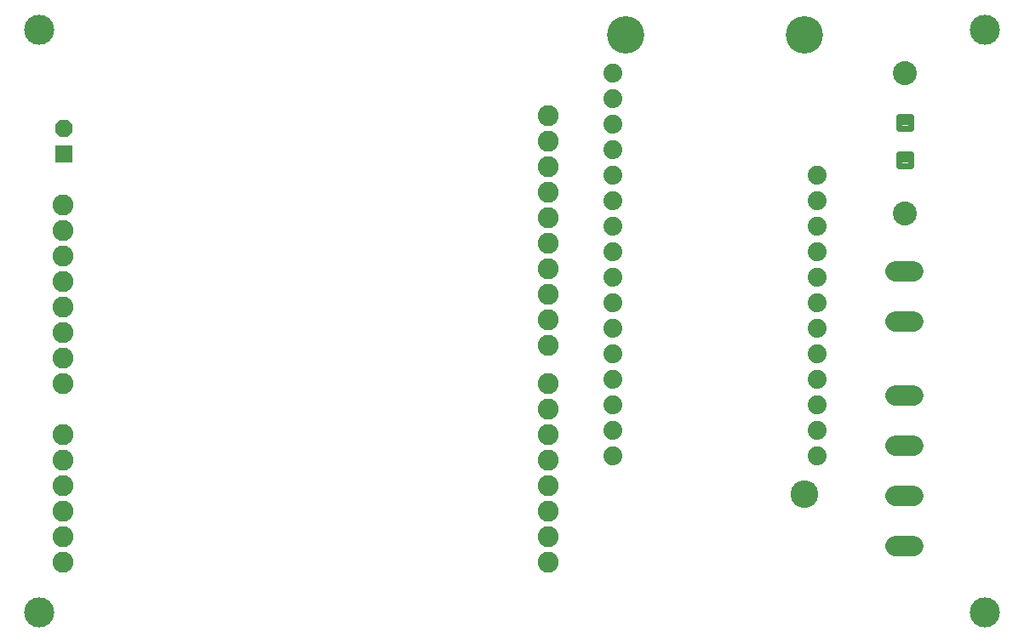
<source format=gts>
G75*
%MOIN*%
%OFA0B0*%
%FSLAX25Y25*%
%IPPOS*%
%LPD*%
%AMOC8*
5,1,8,0,0,1.08239X$1,22.5*
%
%ADD10C,0.10800*%
%ADD11C,0.14643*%
%ADD12C,0.07400*%
%ADD13C,0.08200*%
%ADD14C,0.07850*%
%ADD15C,0.02485*%
%ADD16C,0.11800*%
%ADD17R,0.06800X0.06800*%
%ADD18OC8,0.06800*%
%ADD19C,0.09400*%
D10*
X0313657Y0060586D03*
D11*
X0313657Y0240586D03*
X0243657Y0240586D03*
D12*
X0238657Y0225586D03*
X0238657Y0215586D03*
X0238657Y0205586D03*
X0238657Y0195586D03*
X0238657Y0185586D03*
X0238657Y0175586D03*
X0238657Y0165586D03*
X0238657Y0155586D03*
X0238657Y0145586D03*
X0238657Y0135586D03*
X0238657Y0125586D03*
X0238657Y0115586D03*
X0238657Y0105586D03*
X0238657Y0095586D03*
X0238657Y0085586D03*
X0238657Y0075586D03*
X0318657Y0075586D03*
X0318657Y0085586D03*
X0318657Y0095586D03*
X0318657Y0105586D03*
X0318657Y0115586D03*
X0318657Y0125586D03*
X0318657Y0135586D03*
X0318657Y0145586D03*
X0318657Y0155586D03*
X0318657Y0165586D03*
X0318657Y0175586D03*
X0318657Y0185586D03*
D13*
X0213381Y0188735D03*
X0213381Y0178735D03*
X0213381Y0168735D03*
X0213381Y0158735D03*
X0213381Y0148735D03*
X0213381Y0138735D03*
X0213381Y0128735D03*
X0213381Y0118735D03*
X0213381Y0103735D03*
X0213381Y0093735D03*
X0213381Y0083735D03*
X0213381Y0073735D03*
X0213381Y0063735D03*
X0213381Y0053735D03*
X0213381Y0043735D03*
X0213381Y0033735D03*
X0023381Y0033735D03*
X0023381Y0043735D03*
X0023381Y0053735D03*
X0023381Y0063735D03*
X0023381Y0073735D03*
X0023381Y0083735D03*
X0023381Y0103735D03*
X0023381Y0113735D03*
X0023381Y0123735D03*
X0023381Y0133735D03*
X0023381Y0143735D03*
X0023381Y0153735D03*
X0023381Y0163735D03*
X0023381Y0173735D03*
X0213381Y0198735D03*
X0213381Y0208735D03*
D14*
X0349344Y0147869D02*
X0356394Y0147869D01*
X0356394Y0128184D02*
X0349344Y0128184D01*
X0349344Y0099050D02*
X0356394Y0099050D01*
X0356394Y0079365D02*
X0349344Y0079365D01*
X0349344Y0059680D02*
X0356394Y0059680D01*
X0356394Y0039995D02*
X0349344Y0039995D01*
D15*
X0350582Y0189263D02*
X0350582Y0193877D01*
X0355196Y0193877D01*
X0355196Y0189263D01*
X0350582Y0189263D01*
X0350582Y0191747D02*
X0355196Y0191747D01*
X0350582Y0203830D02*
X0350582Y0208444D01*
X0355196Y0208444D01*
X0355196Y0203830D01*
X0350582Y0203830D01*
X0350582Y0206314D02*
X0355196Y0206314D01*
D16*
X0014011Y0014011D03*
X0014011Y0242357D03*
X0384090Y0242357D03*
X0384090Y0014011D03*
D17*
X0023460Y0193657D03*
D18*
X0023460Y0203657D03*
D19*
X0352889Y0225428D03*
X0352889Y0170310D03*
M02*

</source>
